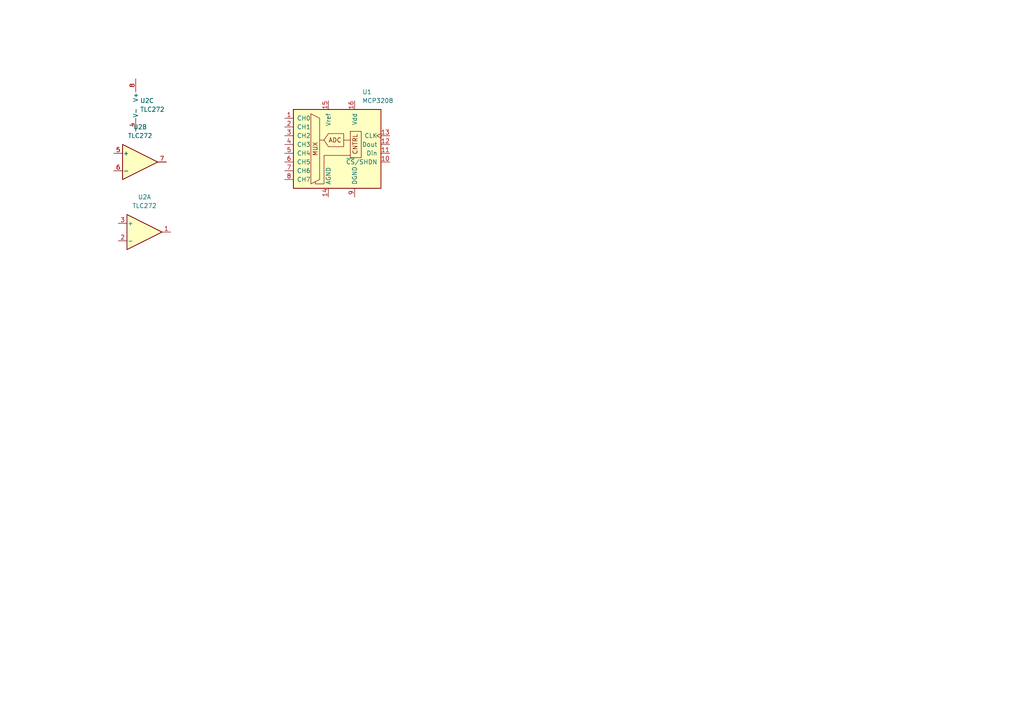
<source format=kicad_sch>
(kicad_sch (version 20231120) (generator "eeschema") (generator_version "8.0")
  (paper "A4")
  (lib_symbols
    (symbol "Amplifier_Operational:TLC272" (pin_names (offset 0.127))
      (property "Reference" "U" (at 0 5.08 0))
      (property "Value" "TLC272" (at 0 -5.08 0))
      (symbol "TLC272_1_1"
        (polyline (pts (xy -5.08 5.08) (xy 5.08 0) (xy -5.08 -5.08) (xy -5.08 5.08)) (stroke (width 0.254)) (fill (type background)))
        (pin output line (at 7.62 0 180) (length 2.54) (name "~") (number "1"))
        (pin input line (at -7.62 -2.54 0) (length 2.54) (name "-") (number "2"))
        (pin input line (at -7.62 2.54 0) (length 2.54) (name "+") (number "3"))
      )
      (symbol "TLC272_2_1"
        (polyline (pts (xy -5.08 5.08) (xy 5.08 0) (xy -5.08 -5.08) (xy -5.08 5.08)) (stroke (width 0.254)) (fill (type background)))
        (pin input line (at -7.62 2.54 0) (length 2.54) (name "+") (number "5"))
        (pin input line (at -7.62 -2.54 0) (length 2.54) (name "-") (number "6"))
        (pin output line (at 7.62 0 180) (length 2.54) (name "~") (number "7"))
      )
      (symbol "TLC272_3_1"
        (pin power_in line (at -2.54 -7.62 90) (length 3.81) (name "V-") (number "4"))
        (pin power_in line (at -2.54 7.62 270) (length 3.81) (name "V+") (number "8"))
      )
    )
    (symbol "Analog_ADC:MCP3208" (pin_names (offset 1.016))
      (property "Reference" "U" (at -5.08 13.335 0))
      (property "Value" "MCP3208" (at -5.08 11.43 0))
      (symbol "MCP3208_0_0"
        (text "ADC" (at -0.635 1.27 0) (effects (font (size 1.27 1.27))))
        (text "CNTRL" (at 5.969 -2.921 900) (effects (font (size 1.27 1.27)) (justify left bottom)))
        (text "MUX" (at -6.35 -1.27 900) (effects (font (size 1.27 1.27))))
      )
      (symbol "MCP3208_0_1"
        (polyline (pts (xy -3.81 1.27) (xy -5.08 1.27)))
        (polyline (pts (xy 1.905 1.27) (xy 3.81 1.27)))
        (polyline (pts (xy -7.62 8.89) (xy -7.62 -11.43) (xy -5.08 -10.16) (xy -5.08 7.62) (xy -7.62 8.89)))
        (polyline (pts (xy 3.81 -3.175) (xy -3.81 -3.175) (xy -3.81 -11.43) (xy -6.35 -11.43) (xy -6.35 -10.795)))
        (polyline (pts (xy 1.905 3.175) (xy 1.905 -0.635) (xy -2.54 -0.635) (xy -3.81 1.27) (xy -2.54 3.175) (xy 1.905 3.175)))
        (rectangle (start 3.81 -3.81) (end 6.985 3.81))
        (rectangle (start 12.7 -12.7) (end -12.7 10.16) (stroke (width 0.254)) (fill (type background)))
      )
      (symbol "MCP3208_1_1"
        (pin input line (at -15.24 7.62 0) (length 2.54) (name "CH0") (number "1"))
        (pin input line (at 15.24 -5.08 180) (length 2.54) (name "~{CS}/SHDN") (number "10"))
        (pin input line (at 15.24 -2.54 180) (length 2.54) (name "Din") (number "11"))
        (pin output line (at 15.24 0 180) (length 2.54) (name "Dout") (number "12"))
        (pin input clock (at 15.24 2.54 180) (length 2.54) (name "CLK") (number "13"))
        (pin power_in line (at -2.54 -15.24 90) (length 2.54) (name "AGND") (number "14"))
        (pin power_in line (at -2.54 12.7 270) (length 2.54) (name "Vref") (number "15"))
        (pin power_in line (at 5.08 12.7 270) (length 2.54) (name "Vdd") (number "16"))
        (pin input line (at -15.24 5.08 0) (length 2.54) (name "CH1") (number "2"))
        (pin input line (at -15.24 2.54 0) (length 2.54) (name "CH2") (number "3"))
        (pin input line (at -15.24 0 0) (length 2.54) (name "CH3") (number "4"))
        (pin input line (at -15.24 -2.54 0) (length 2.54) (name "CH4") (number "5"))
        (pin input line (at -15.24 -5.08 0) (length 2.54) (name "CH5") (number "6"))
        (pin input line (at -15.24 -7.62 0) (length 2.54) (name "CH6") (number "7"))
        (pin input line (at -15.24 -10.16 0) (length 2.54) (name "CH7") (number "8"))
        (pin power_in line (at 5.08 -15.24 90) (length 2.54) (name "DGND") (number "9"))
      )
    )
  )
  (symbol (lib_id "Amplifier_Operational:TLC272") (at 40.64 46.99 0) (unit 2)
    (property "Reference" "U2" (at 40.64 36.83 0))
    (property "Value" "TLC272" (at 40.64 39.37 0))
    (property "Datasheet" "http://www.ti.com/lit/ds/symlink/tlc272.pdf" (effects (hide yes)))
    (property "Description" "Dual LinCMOS Precision Dual Operational Amplifiers, DIP-8/SOIC-8/SSOP-8" (effects (hide yes)))
  )
  (symbol (lib_id "Amplifier_Operational:TLC272") (at 41.91 67.31 0) (unit 1)
    (property "Reference" "U2" (at 41.91 57.15 0))
    (property "Value" "TLC272" (at 41.91 59.69 0))
    (property "Datasheet" "http://www.ti.com/lit/ds/symlink/tlc272.pdf" (effects (hide yes)))
    (property "Description" "Dual LinCMOS Precision Dual Operational Amplifiers, DIP-8/SOIC-8/SSOP-8" (effects (hide yes)))
  )
  (symbol (lib_id "Analog_ADC:MCP3208") (at 97.79 41.91 0) (unit 1)
    (property "Reference" "U1" (at 105.0641 26.67 0) (effects (justify left)))
    (property "Value" "MCP3208" (at 105.0641 29.21 0) (effects (justify left)))
    (property "Datasheet" "http://ww1.microchip.com/downloads/en/DeviceDoc/21298c.pdf" (effects (hide yes)))
    (property "Description" "A/D Converter, 12-Bit, 8-Channel, SPI Interface , 2.7V-5.5V" (effects (hide yes)))
  )
  (symbol (lib_id "Amplifier_Operational:TLC272") (at 41.91 30.48 0) (unit 3)
    (property "Reference" "U2" (at 40.64 29.2099 0) (effects (justify left)))
    (property "Value" "TLC272" (at 40.64 31.7499 0) (effects (justify left)))
    (property "Datasheet" "http://www.ti.com/lit/ds/symlink/tlc272.pdf" (effects (hide yes)))
    (property "Description" "Dual LinCMOS Precision Dual Operational Amplifiers, DIP-8/SOIC-8/SSOP-8" (effects (hide yes)))
  )
)
</source>
